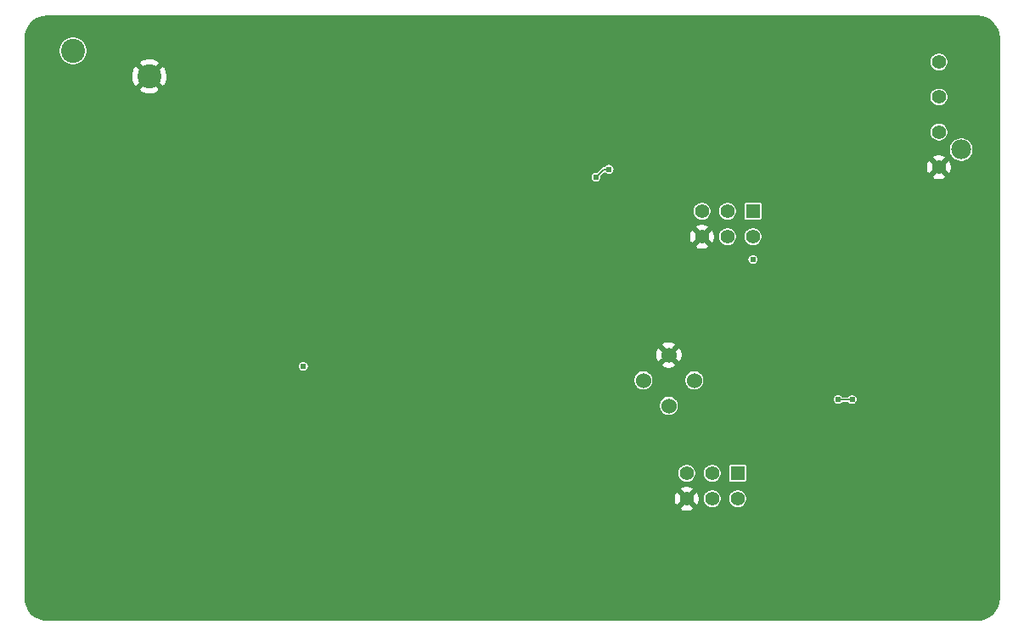
<source format=gbr>
G04 #@! TF.GenerationSoftware,KiCad,Pcbnew,5.1.4-e60b266~84~ubuntu16.04.1*
G04 #@! TF.CreationDate,2020-01-29T21:56:32-05:00*
G04 #@! TF.ProjectId,tire_temp,74697265-5f74-4656-9d70-2e6b69636164,rev?*
G04 #@! TF.SameCoordinates,Original*
G04 #@! TF.FileFunction,Copper,L2,Bot*
G04 #@! TF.FilePolarity,Positive*
%FSLAX46Y46*%
G04 Gerber Fmt 4.6, Leading zero omitted, Abs format (unit mm)*
G04 Created by KiCad (PCBNEW 5.1.4-e60b266~84~ubuntu16.04.1) date 2020-01-29 21:56:32*
%MOMM*%
%LPD*%
G04 APERTURE LIST*
%ADD10C,1.524000*%
%ADD11R,1.400000X1.400000*%
%ADD12C,1.400000*%
%ADD13C,1.397000*%
%ADD14C,1.981000*%
%ADD15C,2.400000*%
%ADD16C,0.800000*%
%ADD17C,0.609600*%
%ADD18C,0.381000*%
%ADD19C,0.152400*%
G04 APERTURE END LIST*
D10*
X164846000Y-110363000D03*
X167386000Y-112903000D03*
X164846000Y-115443000D03*
X162306000Y-112903000D03*
D11*
X173228000Y-96012000D03*
D12*
X173228000Y-98552000D03*
X170688000Y-96012000D03*
X170688000Y-98552000D03*
X168148000Y-96012000D03*
X168148000Y-98552000D03*
X166624000Y-124714000D03*
X166624000Y-122174000D03*
X169164000Y-124714000D03*
X169164000Y-122174000D03*
X171704000Y-124714000D03*
D11*
X171704000Y-122174000D03*
D13*
X191770000Y-88110000D03*
X191770000Y-91610000D03*
D14*
X194000000Y-89860000D03*
D13*
X191770000Y-84610000D03*
X191770000Y-81110000D03*
D15*
X113030000Y-82550000D03*
X105410000Y-80010000D03*
D16*
X137812780Y-101541580D03*
X137777220Y-98206560D03*
X137812780Y-106377740D03*
X137812780Y-104277160D03*
X118498620Y-89347040D03*
X115669060Y-89334340D03*
X112699800Y-89372440D03*
X109545120Y-89372440D03*
X109481620Y-91170760D03*
X109468920Y-94051120D03*
X134947660Y-107731560D03*
D17*
X120523000Y-112776000D03*
X147701000Y-100711000D03*
X161036000Y-83439000D03*
X154813000Y-81026000D03*
X152400000Y-128270000D03*
X147828000Y-96774000D03*
X176530000Y-85344000D03*
X141478000Y-131318000D03*
X155956000Y-132715000D03*
X162433000Y-88519000D03*
X170180000Y-105410000D03*
X184912000Y-114935000D03*
X180467000Y-99695000D03*
X158242000Y-115824000D03*
X149606000Y-124460000D03*
X147828000Y-123063000D03*
X153416000Y-97155000D03*
X191770000Y-95250000D03*
X173228000Y-100838000D03*
X128397000Y-111506000D03*
X158877000Y-91821000D03*
X157576172Y-92613828D03*
X183113210Y-114808000D03*
X181741600Y-114808000D03*
D18*
X123705620Y-96205040D02*
X120888760Y-96205040D01*
X120888760Y-96205040D02*
X120876060Y-96192340D01*
X114688620Y-100896420D02*
X114675920Y-100909120D01*
D19*
X158369000Y-91821000D02*
X158877000Y-91821000D01*
X157576172Y-92613828D02*
X158369000Y-91821000D01*
X183113210Y-114808000D02*
X181741600Y-114808000D01*
G36*
X196009226Y-76572262D02*
G01*
X196422096Y-76696915D01*
X196802896Y-76899389D01*
X197137119Y-77171974D01*
X197412028Y-77504284D01*
X197617155Y-77883657D01*
X197744689Y-78295651D01*
X197791398Y-78740063D01*
X197791401Y-78740863D01*
X197791400Y-134603926D01*
X197747738Y-135049226D01*
X197623085Y-135462097D01*
X197420610Y-135842898D01*
X197148026Y-136177119D01*
X196815720Y-136452026D01*
X196436345Y-136657154D01*
X196024349Y-136784689D01*
X195579937Y-136831398D01*
X195579423Y-136831400D01*
X102886074Y-136831400D01*
X102440774Y-136787738D01*
X102027903Y-136663085D01*
X101647102Y-136460610D01*
X101312881Y-136188026D01*
X101037974Y-135855720D01*
X100832846Y-135476345D01*
X100705311Y-135064349D01*
X100658602Y-134619937D01*
X100658600Y-134619423D01*
X100658600Y-125639084D01*
X165950363Y-125639084D01*
X166016592Y-125852518D01*
X166250377Y-125949141D01*
X166498520Y-125998298D01*
X166751485Y-125998101D01*
X166999551Y-125948556D01*
X167231408Y-125852518D01*
X167297637Y-125639084D01*
X166624000Y-124965447D01*
X165950363Y-125639084D01*
X100658600Y-125639084D01*
X100658600Y-124588520D01*
X165339702Y-124588520D01*
X165339899Y-124841485D01*
X165389444Y-125089551D01*
X165485482Y-125321408D01*
X165698916Y-125387637D01*
X166372553Y-124714000D01*
X166875447Y-124714000D01*
X167549084Y-125387637D01*
X167762518Y-125321408D01*
X167859141Y-125087623D01*
X167908298Y-124839480D01*
X167908130Y-124622541D01*
X168235400Y-124622541D01*
X168235400Y-124805459D01*
X168271086Y-124984863D01*
X168341085Y-125153857D01*
X168442709Y-125305948D01*
X168572052Y-125435291D01*
X168724143Y-125536915D01*
X168893137Y-125606914D01*
X169072541Y-125642600D01*
X169255459Y-125642600D01*
X169434863Y-125606914D01*
X169603857Y-125536915D01*
X169755948Y-125435291D01*
X169885291Y-125305948D01*
X169986915Y-125153857D01*
X170056914Y-124984863D01*
X170092600Y-124805459D01*
X170092600Y-124622541D01*
X170775400Y-124622541D01*
X170775400Y-124805459D01*
X170811086Y-124984863D01*
X170881085Y-125153857D01*
X170982709Y-125305948D01*
X171112052Y-125435291D01*
X171264143Y-125536915D01*
X171433137Y-125606914D01*
X171612541Y-125642600D01*
X171795459Y-125642600D01*
X171974863Y-125606914D01*
X172143857Y-125536915D01*
X172295948Y-125435291D01*
X172425291Y-125305948D01*
X172526915Y-125153857D01*
X172596914Y-124984863D01*
X172632600Y-124805459D01*
X172632600Y-124622541D01*
X172596914Y-124443137D01*
X172526915Y-124274143D01*
X172425291Y-124122052D01*
X172295948Y-123992709D01*
X172143857Y-123891085D01*
X171974863Y-123821086D01*
X171795459Y-123785400D01*
X171612541Y-123785400D01*
X171433137Y-123821086D01*
X171264143Y-123891085D01*
X171112052Y-123992709D01*
X170982709Y-124122052D01*
X170881085Y-124274143D01*
X170811086Y-124443137D01*
X170775400Y-124622541D01*
X170092600Y-124622541D01*
X170056914Y-124443137D01*
X169986915Y-124274143D01*
X169885291Y-124122052D01*
X169755948Y-123992709D01*
X169603857Y-123891085D01*
X169434863Y-123821086D01*
X169255459Y-123785400D01*
X169072541Y-123785400D01*
X168893137Y-123821086D01*
X168724143Y-123891085D01*
X168572052Y-123992709D01*
X168442709Y-124122052D01*
X168341085Y-124274143D01*
X168271086Y-124443137D01*
X168235400Y-124622541D01*
X167908130Y-124622541D01*
X167908101Y-124586515D01*
X167858556Y-124338449D01*
X167762518Y-124106592D01*
X167549084Y-124040363D01*
X166875447Y-124714000D01*
X166372553Y-124714000D01*
X165698916Y-124040363D01*
X165485482Y-124106592D01*
X165388859Y-124340377D01*
X165339702Y-124588520D01*
X100658600Y-124588520D01*
X100658600Y-123788916D01*
X165950363Y-123788916D01*
X166624000Y-124462553D01*
X167297637Y-123788916D01*
X167231408Y-123575482D01*
X166997623Y-123478859D01*
X166749480Y-123429702D01*
X166496515Y-123429899D01*
X166248449Y-123479444D01*
X166016592Y-123575482D01*
X165950363Y-123788916D01*
X100658600Y-123788916D01*
X100658600Y-122082541D01*
X165695400Y-122082541D01*
X165695400Y-122265459D01*
X165731086Y-122444863D01*
X165801085Y-122613857D01*
X165902709Y-122765948D01*
X166032052Y-122895291D01*
X166184143Y-122996915D01*
X166353137Y-123066914D01*
X166532541Y-123102600D01*
X166715459Y-123102600D01*
X166894863Y-123066914D01*
X167063857Y-122996915D01*
X167215948Y-122895291D01*
X167345291Y-122765948D01*
X167446915Y-122613857D01*
X167516914Y-122444863D01*
X167552600Y-122265459D01*
X167552600Y-122082541D01*
X168235400Y-122082541D01*
X168235400Y-122265459D01*
X168271086Y-122444863D01*
X168341085Y-122613857D01*
X168442709Y-122765948D01*
X168572052Y-122895291D01*
X168724143Y-122996915D01*
X168893137Y-123066914D01*
X169072541Y-123102600D01*
X169255459Y-123102600D01*
X169434863Y-123066914D01*
X169603857Y-122996915D01*
X169755948Y-122895291D01*
X169885291Y-122765948D01*
X169986915Y-122613857D01*
X170056914Y-122444863D01*
X170092600Y-122265459D01*
X170092600Y-122082541D01*
X170056914Y-121903137D01*
X169986915Y-121734143D01*
X169885291Y-121582052D01*
X169777239Y-121474000D01*
X170774294Y-121474000D01*
X170774294Y-122874000D01*
X170778708Y-122918813D01*
X170791779Y-122961905D01*
X170813006Y-123001618D01*
X170841573Y-123036427D01*
X170876382Y-123064994D01*
X170916095Y-123086221D01*
X170959187Y-123099292D01*
X171004000Y-123103706D01*
X172404000Y-123103706D01*
X172448813Y-123099292D01*
X172491905Y-123086221D01*
X172531618Y-123064994D01*
X172566427Y-123036427D01*
X172594994Y-123001618D01*
X172616221Y-122961905D01*
X172629292Y-122918813D01*
X172633706Y-122874000D01*
X172633706Y-121474000D01*
X172629292Y-121429187D01*
X172616221Y-121386095D01*
X172594994Y-121346382D01*
X172566427Y-121311573D01*
X172531618Y-121283006D01*
X172491905Y-121261779D01*
X172448813Y-121248708D01*
X172404000Y-121244294D01*
X171004000Y-121244294D01*
X170959187Y-121248708D01*
X170916095Y-121261779D01*
X170876382Y-121283006D01*
X170841573Y-121311573D01*
X170813006Y-121346382D01*
X170791779Y-121386095D01*
X170778708Y-121429187D01*
X170774294Y-121474000D01*
X169777239Y-121474000D01*
X169755948Y-121452709D01*
X169603857Y-121351085D01*
X169434863Y-121281086D01*
X169255459Y-121245400D01*
X169072541Y-121245400D01*
X168893137Y-121281086D01*
X168724143Y-121351085D01*
X168572052Y-121452709D01*
X168442709Y-121582052D01*
X168341085Y-121734143D01*
X168271086Y-121903137D01*
X168235400Y-122082541D01*
X167552600Y-122082541D01*
X167516914Y-121903137D01*
X167446915Y-121734143D01*
X167345291Y-121582052D01*
X167215948Y-121452709D01*
X167063857Y-121351085D01*
X166894863Y-121281086D01*
X166715459Y-121245400D01*
X166532541Y-121245400D01*
X166353137Y-121281086D01*
X166184143Y-121351085D01*
X166032052Y-121452709D01*
X165902709Y-121582052D01*
X165801085Y-121734143D01*
X165731086Y-121903137D01*
X165695400Y-122082541D01*
X100658600Y-122082541D01*
X100658600Y-115345434D01*
X163855400Y-115345434D01*
X163855400Y-115540566D01*
X163893468Y-115731947D01*
X163968142Y-115912225D01*
X164076551Y-116074471D01*
X164214529Y-116212449D01*
X164376775Y-116320858D01*
X164557053Y-116395532D01*
X164748434Y-116433600D01*
X164943566Y-116433600D01*
X165134947Y-116395532D01*
X165315225Y-116320858D01*
X165477471Y-116212449D01*
X165615449Y-116074471D01*
X165723858Y-115912225D01*
X165798532Y-115731947D01*
X165836600Y-115540566D01*
X165836600Y-115345434D01*
X165798532Y-115154053D01*
X165723858Y-114973775D01*
X165615449Y-114811529D01*
X165559385Y-114755465D01*
X181208200Y-114755465D01*
X181208200Y-114860535D01*
X181228698Y-114963587D01*
X181268907Y-115060660D01*
X181327281Y-115148023D01*
X181401577Y-115222319D01*
X181488940Y-115280693D01*
X181586013Y-115320902D01*
X181689065Y-115341400D01*
X181794135Y-115341400D01*
X181897187Y-115320902D01*
X181994260Y-115280693D01*
X182081623Y-115222319D01*
X182155919Y-115148023D01*
X182179454Y-115112800D01*
X182675356Y-115112800D01*
X182698891Y-115148023D01*
X182773187Y-115222319D01*
X182860550Y-115280693D01*
X182957623Y-115320902D01*
X183060675Y-115341400D01*
X183165745Y-115341400D01*
X183268797Y-115320902D01*
X183365870Y-115280693D01*
X183453233Y-115222319D01*
X183527529Y-115148023D01*
X183585903Y-115060660D01*
X183626112Y-114963587D01*
X183646610Y-114860535D01*
X183646610Y-114755465D01*
X183626112Y-114652413D01*
X183585903Y-114555340D01*
X183527529Y-114467977D01*
X183453233Y-114393681D01*
X183365870Y-114335307D01*
X183268797Y-114295098D01*
X183165745Y-114274600D01*
X183060675Y-114274600D01*
X182957623Y-114295098D01*
X182860550Y-114335307D01*
X182773187Y-114393681D01*
X182698891Y-114467977D01*
X182675356Y-114503200D01*
X182179454Y-114503200D01*
X182155919Y-114467977D01*
X182081623Y-114393681D01*
X181994260Y-114335307D01*
X181897187Y-114295098D01*
X181794135Y-114274600D01*
X181689065Y-114274600D01*
X181586013Y-114295098D01*
X181488940Y-114335307D01*
X181401577Y-114393681D01*
X181327281Y-114467977D01*
X181268907Y-114555340D01*
X181228698Y-114652413D01*
X181208200Y-114755465D01*
X165559385Y-114755465D01*
X165477471Y-114673551D01*
X165315225Y-114565142D01*
X165134947Y-114490468D01*
X164943566Y-114452400D01*
X164748434Y-114452400D01*
X164557053Y-114490468D01*
X164376775Y-114565142D01*
X164214529Y-114673551D01*
X164076551Y-114811529D01*
X163968142Y-114973775D01*
X163893468Y-115154053D01*
X163855400Y-115345434D01*
X100658600Y-115345434D01*
X100658600Y-112805434D01*
X161315400Y-112805434D01*
X161315400Y-113000566D01*
X161353468Y-113191947D01*
X161428142Y-113372225D01*
X161536551Y-113534471D01*
X161674529Y-113672449D01*
X161836775Y-113780858D01*
X162017053Y-113855532D01*
X162208434Y-113893600D01*
X162403566Y-113893600D01*
X162594947Y-113855532D01*
X162775225Y-113780858D01*
X162937471Y-113672449D01*
X163075449Y-113534471D01*
X163183858Y-113372225D01*
X163258532Y-113191947D01*
X163296600Y-113000566D01*
X163296600Y-112805434D01*
X166395400Y-112805434D01*
X166395400Y-113000566D01*
X166433468Y-113191947D01*
X166508142Y-113372225D01*
X166616551Y-113534471D01*
X166754529Y-113672449D01*
X166916775Y-113780858D01*
X167097053Y-113855532D01*
X167288434Y-113893600D01*
X167483566Y-113893600D01*
X167674947Y-113855532D01*
X167855225Y-113780858D01*
X168017471Y-113672449D01*
X168155449Y-113534471D01*
X168263858Y-113372225D01*
X168338532Y-113191947D01*
X168376600Y-113000566D01*
X168376600Y-112805434D01*
X168338532Y-112614053D01*
X168263858Y-112433775D01*
X168155449Y-112271529D01*
X168017471Y-112133551D01*
X167855225Y-112025142D01*
X167674947Y-111950468D01*
X167483566Y-111912400D01*
X167288434Y-111912400D01*
X167097053Y-111950468D01*
X166916775Y-112025142D01*
X166754529Y-112133551D01*
X166616551Y-112271529D01*
X166508142Y-112433775D01*
X166433468Y-112614053D01*
X166395400Y-112805434D01*
X163296600Y-112805434D01*
X163258532Y-112614053D01*
X163183858Y-112433775D01*
X163075449Y-112271529D01*
X162937471Y-112133551D01*
X162775225Y-112025142D01*
X162594947Y-111950468D01*
X162403566Y-111912400D01*
X162208434Y-111912400D01*
X162017053Y-111950468D01*
X161836775Y-112025142D01*
X161674529Y-112133551D01*
X161536551Y-112271529D01*
X161428142Y-112433775D01*
X161353468Y-112614053D01*
X161315400Y-112805434D01*
X100658600Y-112805434D01*
X100658600Y-111453465D01*
X127863600Y-111453465D01*
X127863600Y-111558535D01*
X127884098Y-111661587D01*
X127924307Y-111758660D01*
X127982681Y-111846023D01*
X128056977Y-111920319D01*
X128144340Y-111978693D01*
X128241413Y-112018902D01*
X128344465Y-112039400D01*
X128449535Y-112039400D01*
X128552587Y-112018902D01*
X128649660Y-111978693D01*
X128737023Y-111920319D01*
X128811319Y-111846023D01*
X128869693Y-111758660D01*
X128909902Y-111661587D01*
X128930400Y-111558535D01*
X128930400Y-111453465D01*
X128909902Y-111350413D01*
X128902545Y-111332651D01*
X164127797Y-111332651D01*
X164201636Y-111552382D01*
X164446055Y-111655238D01*
X164705843Y-111708433D01*
X164971017Y-111709925D01*
X165231387Y-111659654D01*
X165476946Y-111559554D01*
X165490364Y-111552382D01*
X165564203Y-111332651D01*
X164846000Y-110614447D01*
X164127797Y-111332651D01*
X128902545Y-111332651D01*
X128869693Y-111253340D01*
X128811319Y-111165977D01*
X128737023Y-111091681D01*
X128649660Y-111033307D01*
X128552587Y-110993098D01*
X128449535Y-110972600D01*
X128344465Y-110972600D01*
X128241413Y-110993098D01*
X128144340Y-111033307D01*
X128056977Y-111091681D01*
X127982681Y-111165977D01*
X127924307Y-111253340D01*
X127884098Y-111350413D01*
X127863600Y-111453465D01*
X100658600Y-111453465D01*
X100658600Y-110488017D01*
X163499075Y-110488017D01*
X163549346Y-110748387D01*
X163649446Y-110993946D01*
X163656618Y-111007364D01*
X163876349Y-111081203D01*
X164594553Y-110363000D01*
X165097447Y-110363000D01*
X165815651Y-111081203D01*
X166035382Y-111007364D01*
X166138238Y-110762945D01*
X166191433Y-110503157D01*
X166192925Y-110237983D01*
X166142654Y-109977613D01*
X166042554Y-109732054D01*
X166035382Y-109718636D01*
X165815651Y-109644797D01*
X165097447Y-110363000D01*
X164594553Y-110363000D01*
X163876349Y-109644797D01*
X163656618Y-109718636D01*
X163553762Y-109963055D01*
X163500567Y-110222843D01*
X163499075Y-110488017D01*
X100658600Y-110488017D01*
X100658600Y-109393349D01*
X164127797Y-109393349D01*
X164846000Y-110111553D01*
X165564203Y-109393349D01*
X165490364Y-109173618D01*
X165245945Y-109070762D01*
X164986157Y-109017567D01*
X164720983Y-109016075D01*
X164460613Y-109066346D01*
X164215054Y-109166446D01*
X164201636Y-109173618D01*
X164127797Y-109393349D01*
X100658600Y-109393349D01*
X100658600Y-100785465D01*
X172694600Y-100785465D01*
X172694600Y-100890535D01*
X172715098Y-100993587D01*
X172755307Y-101090660D01*
X172813681Y-101178023D01*
X172887977Y-101252319D01*
X172975340Y-101310693D01*
X173072413Y-101350902D01*
X173175465Y-101371400D01*
X173280535Y-101371400D01*
X173383587Y-101350902D01*
X173480660Y-101310693D01*
X173568023Y-101252319D01*
X173642319Y-101178023D01*
X173700693Y-101090660D01*
X173740902Y-100993587D01*
X173761400Y-100890535D01*
X173761400Y-100785465D01*
X173740902Y-100682413D01*
X173700693Y-100585340D01*
X173642319Y-100497977D01*
X173568023Y-100423681D01*
X173480660Y-100365307D01*
X173383587Y-100325098D01*
X173280535Y-100304600D01*
X173175465Y-100304600D01*
X173072413Y-100325098D01*
X172975340Y-100365307D01*
X172887977Y-100423681D01*
X172813681Y-100497977D01*
X172755307Y-100585340D01*
X172715098Y-100682413D01*
X172694600Y-100785465D01*
X100658600Y-100785465D01*
X100658600Y-99477084D01*
X167474363Y-99477084D01*
X167540592Y-99690518D01*
X167774377Y-99787141D01*
X168022520Y-99836298D01*
X168275485Y-99836101D01*
X168523551Y-99786556D01*
X168755408Y-99690518D01*
X168821637Y-99477084D01*
X168148000Y-98803447D01*
X167474363Y-99477084D01*
X100658600Y-99477084D01*
X100658600Y-98426520D01*
X166863702Y-98426520D01*
X166863899Y-98679485D01*
X166913444Y-98927551D01*
X167009482Y-99159408D01*
X167222916Y-99225637D01*
X167896553Y-98552000D01*
X168399447Y-98552000D01*
X169073084Y-99225637D01*
X169286518Y-99159408D01*
X169383141Y-98925623D01*
X169432298Y-98677480D01*
X169432130Y-98460541D01*
X169759400Y-98460541D01*
X169759400Y-98643459D01*
X169795086Y-98822863D01*
X169865085Y-98991857D01*
X169966709Y-99143948D01*
X170096052Y-99273291D01*
X170248143Y-99374915D01*
X170417137Y-99444914D01*
X170596541Y-99480600D01*
X170779459Y-99480600D01*
X170958863Y-99444914D01*
X171127857Y-99374915D01*
X171279948Y-99273291D01*
X171409291Y-99143948D01*
X171510915Y-98991857D01*
X171580914Y-98822863D01*
X171616600Y-98643459D01*
X171616600Y-98460541D01*
X172299400Y-98460541D01*
X172299400Y-98643459D01*
X172335086Y-98822863D01*
X172405085Y-98991857D01*
X172506709Y-99143948D01*
X172636052Y-99273291D01*
X172788143Y-99374915D01*
X172957137Y-99444914D01*
X173136541Y-99480600D01*
X173319459Y-99480600D01*
X173498863Y-99444914D01*
X173667857Y-99374915D01*
X173819948Y-99273291D01*
X173949291Y-99143948D01*
X174050915Y-98991857D01*
X174120914Y-98822863D01*
X174156600Y-98643459D01*
X174156600Y-98460541D01*
X174120914Y-98281137D01*
X174050915Y-98112143D01*
X173949291Y-97960052D01*
X173819948Y-97830709D01*
X173667857Y-97729085D01*
X173498863Y-97659086D01*
X173319459Y-97623400D01*
X173136541Y-97623400D01*
X172957137Y-97659086D01*
X172788143Y-97729085D01*
X172636052Y-97830709D01*
X172506709Y-97960052D01*
X172405085Y-98112143D01*
X172335086Y-98281137D01*
X172299400Y-98460541D01*
X171616600Y-98460541D01*
X171580914Y-98281137D01*
X171510915Y-98112143D01*
X171409291Y-97960052D01*
X171279948Y-97830709D01*
X171127857Y-97729085D01*
X170958863Y-97659086D01*
X170779459Y-97623400D01*
X170596541Y-97623400D01*
X170417137Y-97659086D01*
X170248143Y-97729085D01*
X170096052Y-97830709D01*
X169966709Y-97960052D01*
X169865085Y-98112143D01*
X169795086Y-98281137D01*
X169759400Y-98460541D01*
X169432130Y-98460541D01*
X169432101Y-98424515D01*
X169382556Y-98176449D01*
X169286518Y-97944592D01*
X169073084Y-97878363D01*
X168399447Y-98552000D01*
X167896553Y-98552000D01*
X167222916Y-97878363D01*
X167009482Y-97944592D01*
X166912859Y-98178377D01*
X166863702Y-98426520D01*
X100658600Y-98426520D01*
X100658600Y-97626916D01*
X167474363Y-97626916D01*
X168148000Y-98300553D01*
X168821637Y-97626916D01*
X168755408Y-97413482D01*
X168521623Y-97316859D01*
X168273480Y-97267702D01*
X168020515Y-97267899D01*
X167772449Y-97317444D01*
X167540592Y-97413482D01*
X167474363Y-97626916D01*
X100658600Y-97626916D01*
X100658600Y-95920541D01*
X167219400Y-95920541D01*
X167219400Y-96103459D01*
X167255086Y-96282863D01*
X167325085Y-96451857D01*
X167426709Y-96603948D01*
X167556052Y-96733291D01*
X167708143Y-96834915D01*
X167877137Y-96904914D01*
X168056541Y-96940600D01*
X168239459Y-96940600D01*
X168418863Y-96904914D01*
X168587857Y-96834915D01*
X168739948Y-96733291D01*
X168869291Y-96603948D01*
X168970915Y-96451857D01*
X169040914Y-96282863D01*
X169076600Y-96103459D01*
X169076600Y-95920541D01*
X169759400Y-95920541D01*
X169759400Y-96103459D01*
X169795086Y-96282863D01*
X169865085Y-96451857D01*
X169966709Y-96603948D01*
X170096052Y-96733291D01*
X170248143Y-96834915D01*
X170417137Y-96904914D01*
X170596541Y-96940600D01*
X170779459Y-96940600D01*
X170958863Y-96904914D01*
X171127857Y-96834915D01*
X171279948Y-96733291D01*
X171409291Y-96603948D01*
X171510915Y-96451857D01*
X171580914Y-96282863D01*
X171616600Y-96103459D01*
X171616600Y-95920541D01*
X171580914Y-95741137D01*
X171510915Y-95572143D01*
X171409291Y-95420052D01*
X171301239Y-95312000D01*
X172298294Y-95312000D01*
X172298294Y-96712000D01*
X172302708Y-96756813D01*
X172315779Y-96799905D01*
X172337006Y-96839618D01*
X172365573Y-96874427D01*
X172400382Y-96902994D01*
X172440095Y-96924221D01*
X172483187Y-96937292D01*
X172528000Y-96941706D01*
X173928000Y-96941706D01*
X173972813Y-96937292D01*
X174015905Y-96924221D01*
X174055618Y-96902994D01*
X174090427Y-96874427D01*
X174118994Y-96839618D01*
X174140221Y-96799905D01*
X174153292Y-96756813D01*
X174157706Y-96712000D01*
X174157706Y-95312000D01*
X174153292Y-95267187D01*
X174140221Y-95224095D01*
X174118994Y-95184382D01*
X174090427Y-95149573D01*
X174055618Y-95121006D01*
X174015905Y-95099779D01*
X173972813Y-95086708D01*
X173928000Y-95082294D01*
X172528000Y-95082294D01*
X172483187Y-95086708D01*
X172440095Y-95099779D01*
X172400382Y-95121006D01*
X172365573Y-95149573D01*
X172337006Y-95184382D01*
X172315779Y-95224095D01*
X172302708Y-95267187D01*
X172298294Y-95312000D01*
X171301239Y-95312000D01*
X171279948Y-95290709D01*
X171127857Y-95189085D01*
X170958863Y-95119086D01*
X170779459Y-95083400D01*
X170596541Y-95083400D01*
X170417137Y-95119086D01*
X170248143Y-95189085D01*
X170096052Y-95290709D01*
X169966709Y-95420052D01*
X169865085Y-95572143D01*
X169795086Y-95741137D01*
X169759400Y-95920541D01*
X169076600Y-95920541D01*
X169040914Y-95741137D01*
X168970915Y-95572143D01*
X168869291Y-95420052D01*
X168739948Y-95290709D01*
X168587857Y-95189085D01*
X168418863Y-95119086D01*
X168239459Y-95083400D01*
X168056541Y-95083400D01*
X167877137Y-95119086D01*
X167708143Y-95189085D01*
X167556052Y-95290709D01*
X167426709Y-95420052D01*
X167325085Y-95572143D01*
X167255086Y-95741137D01*
X167219400Y-95920541D01*
X100658600Y-95920541D01*
X100658600Y-92561293D01*
X157042772Y-92561293D01*
X157042772Y-92666363D01*
X157063270Y-92769415D01*
X157103479Y-92866488D01*
X157161853Y-92953851D01*
X157236149Y-93028147D01*
X157323512Y-93086521D01*
X157420585Y-93126730D01*
X157523637Y-93147228D01*
X157628707Y-93147228D01*
X157731759Y-93126730D01*
X157828832Y-93086521D01*
X157916195Y-93028147D01*
X157990491Y-92953851D01*
X158048865Y-92866488D01*
X158089074Y-92769415D01*
X158109572Y-92666363D01*
X158109572Y-92561293D01*
X158104144Y-92534005D01*
X191097442Y-92534005D01*
X191163486Y-92747287D01*
X191397014Y-92843758D01*
X191644875Y-92892818D01*
X191897545Y-92892580D01*
X192145314Y-92843053D01*
X192376514Y-92747287D01*
X192442558Y-92534005D01*
X191770000Y-91861447D01*
X191097442Y-92534005D01*
X158104144Y-92534005D01*
X158101307Y-92519744D01*
X158461619Y-92159433D01*
X158462681Y-92161023D01*
X158536977Y-92235319D01*
X158624340Y-92293693D01*
X158721413Y-92333902D01*
X158824465Y-92354400D01*
X158929535Y-92354400D01*
X159032587Y-92333902D01*
X159129660Y-92293693D01*
X159217023Y-92235319D01*
X159291319Y-92161023D01*
X159349693Y-92073660D01*
X159389902Y-91976587D01*
X159410400Y-91873535D01*
X159410400Y-91768465D01*
X159389902Y-91665413D01*
X159349693Y-91568340D01*
X159293924Y-91484875D01*
X190487182Y-91484875D01*
X190487420Y-91737545D01*
X190536947Y-91985314D01*
X190632713Y-92216514D01*
X190845995Y-92282558D01*
X191518553Y-91610000D01*
X192021447Y-91610000D01*
X192694005Y-92282558D01*
X192907287Y-92216514D01*
X193003758Y-91982986D01*
X193052818Y-91735125D01*
X193052580Y-91482455D01*
X193003053Y-91234686D01*
X192907287Y-91003486D01*
X192694005Y-90937442D01*
X192021447Y-91610000D01*
X191518553Y-91610000D01*
X190845995Y-90937442D01*
X190632713Y-91003486D01*
X190536242Y-91237014D01*
X190487182Y-91484875D01*
X159293924Y-91484875D01*
X159291319Y-91480977D01*
X159217023Y-91406681D01*
X159129660Y-91348307D01*
X159032587Y-91308098D01*
X158929535Y-91287600D01*
X158824465Y-91287600D01*
X158721413Y-91308098D01*
X158624340Y-91348307D01*
X158536977Y-91406681D01*
X158462681Y-91480977D01*
X158439146Y-91516200D01*
X158383957Y-91516200D01*
X158368999Y-91514727D01*
X158354041Y-91516200D01*
X158354034Y-91516200D01*
X158314889Y-91520055D01*
X158309248Y-91520611D01*
X158251794Y-91538040D01*
X158198843Y-91566342D01*
X158152432Y-91604432D01*
X158142892Y-91616056D01*
X157670256Y-92088693D01*
X157628707Y-92080428D01*
X157523637Y-92080428D01*
X157420585Y-92100926D01*
X157323512Y-92141135D01*
X157236149Y-92199509D01*
X157161853Y-92273805D01*
X157103479Y-92361168D01*
X157063270Y-92458241D01*
X157042772Y-92561293D01*
X100658600Y-92561293D01*
X100658600Y-90685995D01*
X191097442Y-90685995D01*
X191770000Y-91358553D01*
X192442558Y-90685995D01*
X192376514Y-90472713D01*
X192142986Y-90376242D01*
X191895125Y-90327182D01*
X191642455Y-90327420D01*
X191394686Y-90376947D01*
X191163486Y-90472713D01*
X191097442Y-90685995D01*
X100658600Y-90685995D01*
X100658600Y-89739929D01*
X192780900Y-89739929D01*
X192780900Y-89980071D01*
X192827749Y-90215598D01*
X192919647Y-90437461D01*
X193053063Y-90637131D01*
X193222869Y-90806937D01*
X193422539Y-90940353D01*
X193644402Y-91032251D01*
X193879929Y-91079100D01*
X194120071Y-91079100D01*
X194355598Y-91032251D01*
X194577461Y-90940353D01*
X194777131Y-90806937D01*
X194946937Y-90637131D01*
X195080353Y-90437461D01*
X195172251Y-90215598D01*
X195219100Y-89980071D01*
X195219100Y-89739929D01*
X195172251Y-89504402D01*
X195080353Y-89282539D01*
X194946937Y-89082869D01*
X194777131Y-88913063D01*
X194577461Y-88779647D01*
X194355598Y-88687749D01*
X194120071Y-88640900D01*
X193879929Y-88640900D01*
X193644402Y-88687749D01*
X193422539Y-88779647D01*
X193222869Y-88913063D01*
X193053063Y-89082869D01*
X192919647Y-89282539D01*
X192827749Y-89504402D01*
X192780900Y-89739929D01*
X100658600Y-89739929D01*
X100658600Y-88018689D01*
X190842900Y-88018689D01*
X190842900Y-88201311D01*
X190878528Y-88380425D01*
X190948414Y-88549147D01*
X191049874Y-88700992D01*
X191179008Y-88830126D01*
X191330853Y-88931586D01*
X191499575Y-89001472D01*
X191678689Y-89037100D01*
X191861311Y-89037100D01*
X192040425Y-89001472D01*
X192209147Y-88931586D01*
X192360992Y-88830126D01*
X192490126Y-88700992D01*
X192591586Y-88549147D01*
X192661472Y-88380425D01*
X192697100Y-88201311D01*
X192697100Y-88018689D01*
X192661472Y-87839575D01*
X192591586Y-87670853D01*
X192490126Y-87519008D01*
X192360992Y-87389874D01*
X192209147Y-87288414D01*
X192040425Y-87218528D01*
X191861311Y-87182900D01*
X191678689Y-87182900D01*
X191499575Y-87218528D01*
X191330853Y-87288414D01*
X191179008Y-87389874D01*
X191049874Y-87519008D01*
X190948414Y-87670853D01*
X190878528Y-87839575D01*
X190842900Y-88018689D01*
X100658600Y-88018689D01*
X100658600Y-84518689D01*
X190842900Y-84518689D01*
X190842900Y-84701311D01*
X190878528Y-84880425D01*
X190948414Y-85049147D01*
X191049874Y-85200992D01*
X191179008Y-85330126D01*
X191330853Y-85431586D01*
X191499575Y-85501472D01*
X191678689Y-85537100D01*
X191861311Y-85537100D01*
X192040425Y-85501472D01*
X192209147Y-85431586D01*
X192360992Y-85330126D01*
X192490126Y-85200992D01*
X192591586Y-85049147D01*
X192661472Y-84880425D01*
X192697100Y-84701311D01*
X192697100Y-84518689D01*
X192661472Y-84339575D01*
X192591586Y-84170853D01*
X192490126Y-84019008D01*
X192360992Y-83889874D01*
X192209147Y-83788414D01*
X192040425Y-83718528D01*
X191861311Y-83682900D01*
X191678689Y-83682900D01*
X191499575Y-83718528D01*
X191330853Y-83788414D01*
X191179008Y-83889874D01*
X191049874Y-84019008D01*
X190948414Y-84170853D01*
X190878528Y-84339575D01*
X190842900Y-84518689D01*
X100658600Y-84518689D01*
X100658600Y-83833368D01*
X111998079Y-83833368D01*
X112125237Y-84097790D01*
X112444581Y-84244560D01*
X112786422Y-84326210D01*
X113137624Y-84339600D01*
X113484689Y-84284218D01*
X113814282Y-84162189D01*
X113934763Y-84097790D01*
X114061921Y-83833368D01*
X113030000Y-82801447D01*
X111998079Y-83833368D01*
X100658600Y-83833368D01*
X100658600Y-82657624D01*
X111240400Y-82657624D01*
X111295782Y-83004689D01*
X111417811Y-83334282D01*
X111482210Y-83454763D01*
X111746632Y-83581921D01*
X112778553Y-82550000D01*
X113281447Y-82550000D01*
X114313368Y-83581921D01*
X114577790Y-83454763D01*
X114724560Y-83135419D01*
X114806210Y-82793578D01*
X114819600Y-82442376D01*
X114764218Y-82095311D01*
X114642189Y-81765718D01*
X114577790Y-81645237D01*
X114313368Y-81518079D01*
X113281447Y-82550000D01*
X112778553Y-82550000D01*
X111746632Y-81518079D01*
X111482210Y-81645237D01*
X111335440Y-81964581D01*
X111253790Y-82306422D01*
X111240400Y-82657624D01*
X100658600Y-82657624D01*
X100658600Y-79869295D01*
X103981400Y-79869295D01*
X103981400Y-80150705D01*
X104036301Y-80426707D01*
X104143991Y-80686696D01*
X104300334Y-80920679D01*
X104499321Y-81119666D01*
X104733304Y-81276009D01*
X104993293Y-81383699D01*
X105269295Y-81438600D01*
X105550705Y-81438600D01*
X105826707Y-81383699D01*
X106086696Y-81276009D01*
X106100729Y-81266632D01*
X111998079Y-81266632D01*
X113030000Y-82298553D01*
X114061921Y-81266632D01*
X113942688Y-81018689D01*
X190842900Y-81018689D01*
X190842900Y-81201311D01*
X190878528Y-81380425D01*
X190948414Y-81549147D01*
X191049874Y-81700992D01*
X191179008Y-81830126D01*
X191330853Y-81931586D01*
X191499575Y-82001472D01*
X191678689Y-82037100D01*
X191861311Y-82037100D01*
X192040425Y-82001472D01*
X192209147Y-81931586D01*
X192360992Y-81830126D01*
X192490126Y-81700992D01*
X192591586Y-81549147D01*
X192661472Y-81380425D01*
X192697100Y-81201311D01*
X192697100Y-81018689D01*
X192661472Y-80839575D01*
X192591586Y-80670853D01*
X192490126Y-80519008D01*
X192360992Y-80389874D01*
X192209147Y-80288414D01*
X192040425Y-80218528D01*
X191861311Y-80182900D01*
X191678689Y-80182900D01*
X191499575Y-80218528D01*
X191330853Y-80288414D01*
X191179008Y-80389874D01*
X191049874Y-80519008D01*
X190948414Y-80670853D01*
X190878528Y-80839575D01*
X190842900Y-81018689D01*
X113942688Y-81018689D01*
X113934763Y-81002210D01*
X113615419Y-80855440D01*
X113273578Y-80773790D01*
X112922376Y-80760400D01*
X112575311Y-80815782D01*
X112245718Y-80937811D01*
X112125237Y-81002210D01*
X111998079Y-81266632D01*
X106100729Y-81266632D01*
X106320679Y-81119666D01*
X106519666Y-80920679D01*
X106676009Y-80686696D01*
X106783699Y-80426707D01*
X106838600Y-80150705D01*
X106838600Y-79869295D01*
X106783699Y-79593293D01*
X106676009Y-79333304D01*
X106519666Y-79099321D01*
X106320679Y-78900334D01*
X106086696Y-78743991D01*
X105826707Y-78636301D01*
X105550705Y-78581400D01*
X105269295Y-78581400D01*
X104993293Y-78636301D01*
X104733304Y-78743991D01*
X104499321Y-78900334D01*
X104300334Y-79099321D01*
X104143991Y-79333304D01*
X104036301Y-79593293D01*
X103981400Y-79869295D01*
X100658600Y-79869295D01*
X100658600Y-78756074D01*
X100702262Y-78310774D01*
X100826915Y-77897904D01*
X101029389Y-77517104D01*
X101301974Y-77182881D01*
X101634284Y-76907972D01*
X102013657Y-76702845D01*
X102425651Y-76575311D01*
X102870063Y-76528602D01*
X102870577Y-76528600D01*
X195563926Y-76528600D01*
X196009226Y-76572262D01*
X196009226Y-76572262D01*
G37*
X196009226Y-76572262D02*
X196422096Y-76696915D01*
X196802896Y-76899389D01*
X197137119Y-77171974D01*
X197412028Y-77504284D01*
X197617155Y-77883657D01*
X197744689Y-78295651D01*
X197791398Y-78740063D01*
X197791401Y-78740863D01*
X197791400Y-134603926D01*
X197747738Y-135049226D01*
X197623085Y-135462097D01*
X197420610Y-135842898D01*
X197148026Y-136177119D01*
X196815720Y-136452026D01*
X196436345Y-136657154D01*
X196024349Y-136784689D01*
X195579937Y-136831398D01*
X195579423Y-136831400D01*
X102886074Y-136831400D01*
X102440774Y-136787738D01*
X102027903Y-136663085D01*
X101647102Y-136460610D01*
X101312881Y-136188026D01*
X101037974Y-135855720D01*
X100832846Y-135476345D01*
X100705311Y-135064349D01*
X100658602Y-134619937D01*
X100658600Y-134619423D01*
X100658600Y-125639084D01*
X165950363Y-125639084D01*
X166016592Y-125852518D01*
X166250377Y-125949141D01*
X166498520Y-125998298D01*
X166751485Y-125998101D01*
X166999551Y-125948556D01*
X167231408Y-125852518D01*
X167297637Y-125639084D01*
X166624000Y-124965447D01*
X165950363Y-125639084D01*
X100658600Y-125639084D01*
X100658600Y-124588520D01*
X165339702Y-124588520D01*
X165339899Y-124841485D01*
X165389444Y-125089551D01*
X165485482Y-125321408D01*
X165698916Y-125387637D01*
X166372553Y-124714000D01*
X166875447Y-124714000D01*
X167549084Y-125387637D01*
X167762518Y-125321408D01*
X167859141Y-125087623D01*
X167908298Y-124839480D01*
X167908130Y-124622541D01*
X168235400Y-124622541D01*
X168235400Y-124805459D01*
X168271086Y-124984863D01*
X168341085Y-125153857D01*
X168442709Y-125305948D01*
X168572052Y-125435291D01*
X168724143Y-125536915D01*
X168893137Y-125606914D01*
X169072541Y-125642600D01*
X169255459Y-125642600D01*
X169434863Y-125606914D01*
X169603857Y-125536915D01*
X169755948Y-125435291D01*
X169885291Y-125305948D01*
X169986915Y-125153857D01*
X170056914Y-124984863D01*
X170092600Y-124805459D01*
X170092600Y-124622541D01*
X170775400Y-124622541D01*
X170775400Y-124805459D01*
X170811086Y-124984863D01*
X170881085Y-125153857D01*
X170982709Y-125305948D01*
X171112052Y-125435291D01*
X171264143Y-125536915D01*
X171433137Y-125606914D01*
X171612541Y-125642600D01*
X171795459Y-125642600D01*
X171974863Y-125606914D01*
X172143857Y-125536915D01*
X172295948Y-125435291D01*
X172425291Y-125305948D01*
X172526915Y-125153857D01*
X172596914Y-124984863D01*
X172632600Y-124805459D01*
X172632600Y-124622541D01*
X172596914Y-124443137D01*
X172526915Y-124274143D01*
X172425291Y-124122052D01*
X172295948Y-123992709D01*
X172143857Y-123891085D01*
X171974863Y-123821086D01*
X171795459Y-123785400D01*
X171612541Y-123785400D01*
X171433137Y-123821086D01*
X171264143Y-123891085D01*
X171112052Y-123992709D01*
X170982709Y-124122052D01*
X170881085Y-124274143D01*
X170811086Y-124443137D01*
X170775400Y-124622541D01*
X170092600Y-124622541D01*
X170056914Y-124443137D01*
X169986915Y-124274143D01*
X169885291Y-124122052D01*
X169755948Y-123992709D01*
X169603857Y-123891085D01*
X169434863Y-123821086D01*
X169255459Y-123785400D01*
X169072541Y-123785400D01*
X168893137Y-123821086D01*
X168724143Y-123891085D01*
X168572052Y-123992709D01*
X168442709Y-124122052D01*
X168341085Y-124274143D01*
X168271086Y-124443137D01*
X168235400Y-124622541D01*
X167908130Y-124622541D01*
X167908101Y-124586515D01*
X167858556Y-124338449D01*
X167762518Y-124106592D01*
X167549084Y-124040363D01*
X166875447Y-124714000D01*
X166372553Y-124714000D01*
X165698916Y-124040363D01*
X165485482Y-124106592D01*
X165388859Y-124340377D01*
X165339702Y-124588520D01*
X100658600Y-124588520D01*
X100658600Y-123788916D01*
X165950363Y-123788916D01*
X166624000Y-124462553D01*
X167297637Y-123788916D01*
X167231408Y-123575482D01*
X166997623Y-123478859D01*
X166749480Y-123429702D01*
X166496515Y-123429899D01*
X166248449Y-123479444D01*
X166016592Y-123575482D01*
X165950363Y-123788916D01*
X100658600Y-123788916D01*
X100658600Y-122082541D01*
X165695400Y-122082541D01*
X165695400Y-122265459D01*
X165731086Y-122444863D01*
X165801085Y-122613857D01*
X165902709Y-122765948D01*
X166032052Y-122895291D01*
X166184143Y-122996915D01*
X166353137Y-123066914D01*
X166532541Y-123102600D01*
X166715459Y-123102600D01*
X166894863Y-123066914D01*
X167063857Y-122996915D01*
X167215948Y-122895291D01*
X167345291Y-122765948D01*
X167446915Y-122613857D01*
X167516914Y-122444863D01*
X167552600Y-122265459D01*
X167552600Y-122082541D01*
X168235400Y-122082541D01*
X168235400Y-122265459D01*
X168271086Y-122444863D01*
X168341085Y-122613857D01*
X168442709Y-122765948D01*
X168572052Y-122895291D01*
X168724143Y-122996915D01*
X168893137Y-123066914D01*
X169072541Y-123102600D01*
X169255459Y-123102600D01*
X169434863Y-123066914D01*
X169603857Y-122996915D01*
X169755948Y-122895291D01*
X169885291Y-122765948D01*
X169986915Y-122613857D01*
X170056914Y-122444863D01*
X170092600Y-122265459D01*
X170092600Y-122082541D01*
X170056914Y-121903137D01*
X169986915Y-121734143D01*
X169885291Y-121582052D01*
X169777239Y-121474000D01*
X170774294Y-121474000D01*
X170774294Y-122874000D01*
X170778708Y-122918813D01*
X170791779Y-122961905D01*
X170813006Y-123001618D01*
X170841573Y-123036427D01*
X170876382Y-123064994D01*
X170916095Y-123086221D01*
X170959187Y-123099292D01*
X171004000Y-123103706D01*
X172404000Y-123103706D01*
X172448813Y-123099292D01*
X172491905Y-123086221D01*
X172531618Y-123064994D01*
X172566427Y-123036427D01*
X172594994Y-123001618D01*
X172616221Y-122961905D01*
X172629292Y-122918813D01*
X172633706Y-122874000D01*
X172633706Y-121474000D01*
X172629292Y-121429187D01*
X172616221Y-121386095D01*
X172594994Y-121346382D01*
X172566427Y-121311573D01*
X172531618Y-121283006D01*
X172491905Y-121261779D01*
X172448813Y-121248708D01*
X172404000Y-121244294D01*
X171004000Y-121244294D01*
X170959187Y-121248708D01*
X170916095Y-121261779D01*
X170876382Y-121283006D01*
X170841573Y-121311573D01*
X170813006Y-121346382D01*
X170791779Y-121386095D01*
X170778708Y-121429187D01*
X170774294Y-121474000D01*
X169777239Y-121474000D01*
X169755948Y-121452709D01*
X169603857Y-121351085D01*
X169434863Y-121281086D01*
X169255459Y-121245400D01*
X169072541Y-121245400D01*
X168893137Y-121281086D01*
X168724143Y-121351085D01*
X168572052Y-121452709D01*
X168442709Y-121582052D01*
X168341085Y-121734143D01*
X168271086Y-121903137D01*
X168235400Y-122082541D01*
X167552600Y-122082541D01*
X167516914Y-121903137D01*
X167446915Y-121734143D01*
X167345291Y-121582052D01*
X167215948Y-121452709D01*
X167063857Y-121351085D01*
X166894863Y-121281086D01*
X166715459Y-121245400D01*
X166532541Y-121245400D01*
X166353137Y-121281086D01*
X166184143Y-121351085D01*
X166032052Y-121452709D01*
X165902709Y-121582052D01*
X165801085Y-121734143D01*
X165731086Y-121903137D01*
X165695400Y-122082541D01*
X100658600Y-122082541D01*
X100658600Y-115345434D01*
X163855400Y-115345434D01*
X163855400Y-115540566D01*
X163893468Y-115731947D01*
X163968142Y-115912225D01*
X164076551Y-116074471D01*
X164214529Y-116212449D01*
X164376775Y-116320858D01*
X164557053Y-116395532D01*
X164748434Y-116433600D01*
X164943566Y-116433600D01*
X165134947Y-116395532D01*
X165315225Y-116320858D01*
X165477471Y-116212449D01*
X165615449Y-116074471D01*
X165723858Y-115912225D01*
X165798532Y-115731947D01*
X165836600Y-115540566D01*
X165836600Y-115345434D01*
X165798532Y-115154053D01*
X165723858Y-114973775D01*
X165615449Y-114811529D01*
X165559385Y-114755465D01*
X181208200Y-114755465D01*
X181208200Y-114860535D01*
X181228698Y-114963587D01*
X181268907Y-115060660D01*
X181327281Y-115148023D01*
X181401577Y-115222319D01*
X181488940Y-115280693D01*
X181586013Y-115320902D01*
X181689065Y-115341400D01*
X181794135Y-115341400D01*
X181897187Y-115320902D01*
X181994260Y-115280693D01*
X182081623Y-115222319D01*
X182155919Y-115148023D01*
X182179454Y-115112800D01*
X182675356Y-115112800D01*
X182698891Y-115148023D01*
X182773187Y-115222319D01*
X182860550Y-115280693D01*
X182957623Y-115320902D01*
X183060675Y-115341400D01*
X183165745Y-115341400D01*
X183268797Y-115320902D01*
X183365870Y-115280693D01*
X183453233Y-115222319D01*
X183527529Y-115148023D01*
X183585903Y-115060660D01*
X183626112Y-114963587D01*
X183646610Y-114860535D01*
X183646610Y-114755465D01*
X183626112Y-114652413D01*
X183585903Y-114555340D01*
X183527529Y-114467977D01*
X183453233Y-114393681D01*
X183365870Y-114335307D01*
X183268797Y-114295098D01*
X183165745Y-114274600D01*
X183060675Y-114274600D01*
X182957623Y-114295098D01*
X182860550Y-114335307D01*
X182773187Y-114393681D01*
X182698891Y-114467977D01*
X182675356Y-114503200D01*
X182179454Y-114503200D01*
X182155919Y-114467977D01*
X182081623Y-114393681D01*
X181994260Y-114335307D01*
X181897187Y-114295098D01*
X181794135Y-114274600D01*
X181689065Y-114274600D01*
X181586013Y-114295098D01*
X181488940Y-114335307D01*
X181401577Y-114393681D01*
X181327281Y-114467977D01*
X181268907Y-114555340D01*
X181228698Y-114652413D01*
X181208200Y-114755465D01*
X165559385Y-114755465D01*
X165477471Y-114673551D01*
X165315225Y-114565142D01*
X165134947Y-114490468D01*
X164943566Y-114452400D01*
X164748434Y-114452400D01*
X164557053Y-114490468D01*
X164376775Y-114565142D01*
X164214529Y-114673551D01*
X164076551Y-114811529D01*
X163968142Y-114973775D01*
X163893468Y-115154053D01*
X163855400Y-115345434D01*
X100658600Y-115345434D01*
X100658600Y-112805434D01*
X161315400Y-112805434D01*
X161315400Y-113000566D01*
X161353468Y-113191947D01*
X161428142Y-113372225D01*
X161536551Y-113534471D01*
X161674529Y-113672449D01*
X161836775Y-113780858D01*
X162017053Y-113855532D01*
X162208434Y-113893600D01*
X162403566Y-113893600D01*
X162594947Y-113855532D01*
X162775225Y-113780858D01*
X162937471Y-113672449D01*
X163075449Y-113534471D01*
X163183858Y-113372225D01*
X163258532Y-113191947D01*
X163296600Y-113000566D01*
X163296600Y-112805434D01*
X166395400Y-112805434D01*
X166395400Y-113000566D01*
X166433468Y-113191947D01*
X166508142Y-113372225D01*
X166616551Y-113534471D01*
X166754529Y-113672449D01*
X166916775Y-113780858D01*
X167097053Y-113855532D01*
X167288434Y-113893600D01*
X167483566Y-113893600D01*
X167674947Y-113855532D01*
X167855225Y-113780858D01*
X168017471Y-113672449D01*
X168155449Y-113534471D01*
X168263858Y-113372225D01*
X168338532Y-113191947D01*
X168376600Y-113000566D01*
X168376600Y-112805434D01*
X168338532Y-112614053D01*
X168263858Y-112433775D01*
X168155449Y-112271529D01*
X168017471Y-112133551D01*
X167855225Y-112025142D01*
X167674947Y-111950468D01*
X167483566Y-111912400D01*
X167288434Y-111912400D01*
X167097053Y-111950468D01*
X166916775Y-112025142D01*
X166754529Y-112133551D01*
X166616551Y-112271529D01*
X166508142Y-112433775D01*
X166433468Y-112614053D01*
X166395400Y-112805434D01*
X163296600Y-112805434D01*
X163258532Y-112614053D01*
X163183858Y-112433775D01*
X163075449Y-112271529D01*
X162937471Y-112133551D01*
X162775225Y-112025142D01*
X162594947Y-111950468D01*
X162403566Y-111912400D01*
X162208434Y-111912400D01*
X162017053Y-111950468D01*
X161836775Y-112025142D01*
X161674529Y-112133551D01*
X161536551Y-112271529D01*
X161428142Y-112433775D01*
X161353468Y-112614053D01*
X161315400Y-112805434D01*
X100658600Y-112805434D01*
X100658600Y-111453465D01*
X127863600Y-111453465D01*
X127863600Y-111558535D01*
X127884098Y-111661587D01*
X127924307Y-111758660D01*
X127982681Y-111846023D01*
X128056977Y-111920319D01*
X128144340Y-111978693D01*
X128241413Y-112018902D01*
X128344465Y-112039400D01*
X128449535Y-112039400D01*
X128552587Y-112018902D01*
X128649660Y-111978693D01*
X128737023Y-111920319D01*
X128811319Y-111846023D01*
X128869693Y-111758660D01*
X128909902Y-111661587D01*
X128930400Y-111558535D01*
X128930400Y-111453465D01*
X128909902Y-111350413D01*
X128902545Y-111332651D01*
X164127797Y-111332651D01*
X164201636Y-111552382D01*
X164446055Y-111655238D01*
X164705843Y-111708433D01*
X164971017Y-111709925D01*
X165231387Y-111659654D01*
X165476946Y-111559554D01*
X165490364Y-111552382D01*
X165564203Y-111332651D01*
X164846000Y-110614447D01*
X164127797Y-111332651D01*
X128902545Y-111332651D01*
X128869693Y-111253340D01*
X128811319Y-111165977D01*
X128737023Y-111091681D01*
X128649660Y-111033307D01*
X128552587Y-110993098D01*
X128449535Y-110972600D01*
X128344465Y-110972600D01*
X128241413Y-110993098D01*
X128144340Y-111033307D01*
X128056977Y-111091681D01*
X127982681Y-111165977D01*
X127924307Y-111253340D01*
X127884098Y-111350413D01*
X127863600Y-111453465D01*
X100658600Y-111453465D01*
X100658600Y-110488017D01*
X163499075Y-110488017D01*
X163549346Y-110748387D01*
X163649446Y-110993946D01*
X163656618Y-111007364D01*
X163876349Y-111081203D01*
X164594553Y-110363000D01*
X165097447Y-110363000D01*
X165815651Y-111081203D01*
X166035382Y-111007364D01*
X166138238Y-110762945D01*
X166191433Y-110503157D01*
X166192925Y-110237983D01*
X166142654Y-109977613D01*
X166042554Y-109732054D01*
X166035382Y-109718636D01*
X165815651Y-109644797D01*
X165097447Y-110363000D01*
X164594553Y-110363000D01*
X163876349Y-109644797D01*
X163656618Y-109718636D01*
X163553762Y-109963055D01*
X163500567Y-110222843D01*
X163499075Y-110488017D01*
X100658600Y-110488017D01*
X100658600Y-109393349D01*
X164127797Y-109393349D01*
X164846000Y-110111553D01*
X165564203Y-109393349D01*
X165490364Y-109173618D01*
X165245945Y-109070762D01*
X164986157Y-109017567D01*
X164720983Y-109016075D01*
X164460613Y-109066346D01*
X164215054Y-109166446D01*
X164201636Y-109173618D01*
X164127797Y-109393349D01*
X100658600Y-109393349D01*
X100658600Y-100785465D01*
X172694600Y-100785465D01*
X172694600Y-100890535D01*
X172715098Y-100993587D01*
X172755307Y-101090660D01*
X172813681Y-101178023D01*
X172887977Y-101252319D01*
X172975340Y-101310693D01*
X173072413Y-101350902D01*
X173175465Y-101371400D01*
X173280535Y-101371400D01*
X173383587Y-101350902D01*
X173480660Y-101310693D01*
X173568023Y-101252319D01*
X173642319Y-101178023D01*
X173700693Y-101090660D01*
X173740902Y-100993587D01*
X173761400Y-100890535D01*
X173761400Y-100785465D01*
X173740902Y-100682413D01*
X173700693Y-100585340D01*
X173642319Y-100497977D01*
X173568023Y-100423681D01*
X173480660Y-100365307D01*
X173383587Y-100325098D01*
X173280535Y-100304600D01*
X173175465Y-100304600D01*
X173072413Y-100325098D01*
X172975340Y-100365307D01*
X172887977Y-100423681D01*
X172813681Y-100497977D01*
X172755307Y-100585340D01*
X172715098Y-100682413D01*
X172694600Y-100785465D01*
X100658600Y-100785465D01*
X100658600Y-99477084D01*
X167474363Y-99477084D01*
X167540592Y-99690518D01*
X167774377Y-99787141D01*
X168022520Y-99836298D01*
X168275485Y-99836101D01*
X168523551Y-99786556D01*
X168755408Y-99690518D01*
X168821637Y-99477084D01*
X168148000Y-98803447D01*
X167474363Y-99477084D01*
X100658600Y-99477084D01*
X100658600Y-98426520D01*
X166863702Y-98426520D01*
X166863899Y-98679485D01*
X166913444Y-98927551D01*
X167009482Y-99159408D01*
X167222916Y-99225637D01*
X167896553Y-98552000D01*
X168399447Y-98552000D01*
X169073084Y-99225637D01*
X169286518Y-99159408D01*
X169383141Y-98925623D01*
X169432298Y-98677480D01*
X169432130Y-98460541D01*
X169759400Y-98460541D01*
X169759400Y-98643459D01*
X169795086Y-98822863D01*
X169865085Y-98991857D01*
X169966709Y-99143948D01*
X170096052Y-99273291D01*
X170248143Y-99374915D01*
X170417137Y-99444914D01*
X170596541Y-99480600D01*
X170779459Y-99480600D01*
X170958863Y-99444914D01*
X171127857Y-99374915D01*
X171279948Y-99273291D01*
X171409291Y-99143948D01*
X171510915Y-98991857D01*
X171580914Y-98822863D01*
X171616600Y-98643459D01*
X171616600Y-98460541D01*
X172299400Y-98460541D01*
X172299400Y-98643459D01*
X172335086Y-98822863D01*
X172405085Y-98991857D01*
X172506709Y-99143948D01*
X172636052Y-99273291D01*
X172788143Y-99374915D01*
X172957137Y-99444914D01*
X173136541Y-99480600D01*
X173319459Y-99480600D01*
X173498863Y-99444914D01*
X173667857Y-99374915D01*
X173819948Y-99273291D01*
X173949291Y-99143948D01*
X174050915Y-98991857D01*
X174120914Y-98822863D01*
X174156600Y-98643459D01*
X174156600Y-98460541D01*
X174120914Y-98281137D01*
X174050915Y-98112143D01*
X173949291Y-97960052D01*
X173819948Y-97830709D01*
X173667857Y-97729085D01*
X173498863Y-97659086D01*
X173319459Y-97623400D01*
X173136541Y-97623400D01*
X172957137Y-97659086D01*
X172788143Y-97729085D01*
X172636052Y-97830709D01*
X172506709Y-97960052D01*
X172405085Y-98112143D01*
X172335086Y-98281137D01*
X172299400Y-98460541D01*
X171616600Y-98460541D01*
X171580914Y-98281137D01*
X171510915Y-98112143D01*
X171409291Y-97960052D01*
X171279948Y-97830709D01*
X171127857Y-97729085D01*
X170958863Y-97659086D01*
X170779459Y-97623400D01*
X170596541Y-97623400D01*
X170417137Y-97659086D01*
X170248143Y-97729085D01*
X170096052Y-97830709D01*
X169966709Y-97960052D01*
X169865085Y-98112143D01*
X169795086Y-98281137D01*
X169759400Y-98460541D01*
X169432130Y-98460541D01*
X169432101Y-98424515D01*
X169382556Y-98176449D01*
X169286518Y-97944592D01*
X169073084Y-97878363D01*
X168399447Y-98552000D01*
X167896553Y-98552000D01*
X167222916Y-97878363D01*
X167009482Y-97944592D01*
X166912859Y-98178377D01*
X166863702Y-98426520D01*
X100658600Y-98426520D01*
X100658600Y-97626916D01*
X167474363Y-97626916D01*
X168148000Y-98300553D01*
X168821637Y-97626916D01*
X168755408Y-97413482D01*
X168521623Y-97316859D01*
X168273480Y-97267702D01*
X168020515Y-97267899D01*
X167772449Y-97317444D01*
X167540592Y-97413482D01*
X167474363Y-97626916D01*
X100658600Y-97626916D01*
X100658600Y-95920541D01*
X167219400Y-95920541D01*
X167219400Y-96103459D01*
X167255086Y-96282863D01*
X167325085Y-96451857D01*
X167426709Y-96603948D01*
X167556052Y-96733291D01*
X167708143Y-96834915D01*
X167877137Y-96904914D01*
X168056541Y-96940600D01*
X168239459Y-96940600D01*
X168418863Y-96904914D01*
X168587857Y-96834915D01*
X168739948Y-96733291D01*
X168869291Y-96603948D01*
X168970915Y-96451857D01*
X169040914Y-96282863D01*
X169076600Y-96103459D01*
X169076600Y-95920541D01*
X169759400Y-95920541D01*
X169759400Y-96103459D01*
X169795086Y-96282863D01*
X169865085Y-96451857D01*
X169966709Y-96603948D01*
X170096052Y-96733291D01*
X170248143Y-96834915D01*
X170417137Y-96904914D01*
X170596541Y-96940600D01*
X170779459Y-96940600D01*
X170958863Y-96904914D01*
X171127857Y-96834915D01*
X171279948Y-96733291D01*
X171409291Y-96603948D01*
X171510915Y-96451857D01*
X171580914Y-96282863D01*
X171616600Y-96103459D01*
X171616600Y-95920541D01*
X171580914Y-95741137D01*
X171510915Y-95572143D01*
X171409291Y-95420052D01*
X171301239Y-95312000D01*
X172298294Y-95312000D01*
X172298294Y-96712000D01*
X172302708Y-96756813D01*
X172315779Y-96799905D01*
X172337006Y-96839618D01*
X172365573Y-96874427D01*
X172400382Y-96902994D01*
X172440095Y-96924221D01*
X172483187Y-96937292D01*
X172528000Y-96941706D01*
X173928000Y-96941706D01*
X173972813Y-96937292D01*
X174015905Y-96924221D01*
X174055618Y-96902994D01*
X174090427Y-96874427D01*
X174118994Y-96839618D01*
X174140221Y-96799905D01*
X174153292Y-96756813D01*
X174157706Y-96712000D01*
X174157706Y-95312000D01*
X174153292Y-95267187D01*
X174140221Y-95224095D01*
X174118994Y-95184382D01*
X174090427Y-95149573D01*
X174055618Y-95121006D01*
X174015905Y-95099779D01*
X173972813Y-95086708D01*
X173928000Y-95082294D01*
X172528000Y-95082294D01*
X172483187Y-95086708D01*
X172440095Y-95099779D01*
X172400382Y-95121006D01*
X172365573Y-95149573D01*
X172337006Y-95184382D01*
X172315779Y-95224095D01*
X172302708Y-95267187D01*
X172298294Y-95312000D01*
X171301239Y-95312000D01*
X171279948Y-95290709D01*
X171127857Y-95189085D01*
X170958863Y-95119086D01*
X170779459Y-95083400D01*
X170596541Y-95083400D01*
X170417137Y-95119086D01*
X170248143Y-95189085D01*
X170096052Y-95290709D01*
X169966709Y-95420052D01*
X169865085Y-95572143D01*
X169795086Y-95741137D01*
X169759400Y-95920541D01*
X169076600Y-95920541D01*
X169040914Y-95741137D01*
X168970915Y-95572143D01*
X168869291Y-95420052D01*
X168739948Y-95290709D01*
X168587857Y-95189085D01*
X168418863Y-95119086D01*
X168239459Y-95083400D01*
X168056541Y-95083400D01*
X167877137Y-95119086D01*
X167708143Y-95189085D01*
X167556052Y-95290709D01*
X167426709Y-95420052D01*
X167325085Y-95572143D01*
X167255086Y-95741137D01*
X167219400Y-95920541D01*
X100658600Y-95920541D01*
X100658600Y-92561293D01*
X157042772Y-92561293D01*
X157042772Y-92666363D01*
X157063270Y-92769415D01*
X157103479Y-92866488D01*
X157161853Y-92953851D01*
X157236149Y-93028147D01*
X157323512Y-93086521D01*
X157420585Y-93126730D01*
X157523637Y-93147228D01*
X157628707Y-93147228D01*
X157731759Y-93126730D01*
X157828832Y-93086521D01*
X157916195Y-93028147D01*
X157990491Y-92953851D01*
X158048865Y-92866488D01*
X158089074Y-92769415D01*
X158109572Y-92666363D01*
X158109572Y-92561293D01*
X158104144Y-92534005D01*
X191097442Y-92534005D01*
X191163486Y-92747287D01*
X191397014Y-92843758D01*
X191644875Y-92892818D01*
X191897545Y-92892580D01*
X192145314Y-92843053D01*
X192376514Y-92747287D01*
X192442558Y-92534005D01*
X191770000Y-91861447D01*
X191097442Y-92534005D01*
X158104144Y-92534005D01*
X158101307Y-92519744D01*
X158461619Y-92159433D01*
X158462681Y-92161023D01*
X158536977Y-92235319D01*
X158624340Y-92293693D01*
X158721413Y-92333902D01*
X158824465Y-92354400D01*
X158929535Y-92354400D01*
X159032587Y-92333902D01*
X159129660Y-92293693D01*
X159217023Y-92235319D01*
X159291319Y-92161023D01*
X159349693Y-92073660D01*
X159389902Y-91976587D01*
X159410400Y-91873535D01*
X159410400Y-91768465D01*
X159389902Y-91665413D01*
X159349693Y-91568340D01*
X159293924Y-91484875D01*
X190487182Y-91484875D01*
X190487420Y-91737545D01*
X190536947Y-91985314D01*
X190632713Y-92216514D01*
X190845995Y-92282558D01*
X191518553Y-91610000D01*
X192021447Y-91610000D01*
X192694005Y-92282558D01*
X192907287Y-92216514D01*
X193003758Y-91982986D01*
X193052818Y-91735125D01*
X193052580Y-91482455D01*
X193003053Y-91234686D01*
X192907287Y-91003486D01*
X192694005Y-90937442D01*
X192021447Y-91610000D01*
X191518553Y-91610000D01*
X190845995Y-90937442D01*
X190632713Y-91003486D01*
X190536242Y-91237014D01*
X190487182Y-91484875D01*
X159293924Y-91484875D01*
X159291319Y-91480977D01*
X159217023Y-91406681D01*
X159129660Y-91348307D01*
X159032587Y-91308098D01*
X158929535Y-91287600D01*
X158824465Y-91287600D01*
X158721413Y-91308098D01*
X158624340Y-91348307D01*
X158536977Y-91406681D01*
X158462681Y-91480977D01*
X158439146Y-91516200D01*
X158383957Y-91516200D01*
X158368999Y-91514727D01*
X158354041Y-91516200D01*
X158354034Y-91516200D01*
X158314889Y-91520055D01*
X158309248Y-91520611D01*
X158251794Y-91538040D01*
X158198843Y-91566342D01*
X158152432Y-91604432D01*
X158142892Y-91616056D01*
X157670256Y-92088693D01*
X157628707Y-92080428D01*
X157523637Y-92080428D01*
X157420585Y-92100926D01*
X157323512Y-92141135D01*
X157236149Y-92199509D01*
X157161853Y-92273805D01*
X157103479Y-92361168D01*
X157063270Y-92458241D01*
X157042772Y-92561293D01*
X100658600Y-92561293D01*
X100658600Y-90685995D01*
X191097442Y-90685995D01*
X191770000Y-91358553D01*
X192442558Y-90685995D01*
X192376514Y-90472713D01*
X192142986Y-90376242D01*
X191895125Y-90327182D01*
X191642455Y-90327420D01*
X191394686Y-90376947D01*
X191163486Y-90472713D01*
X191097442Y-90685995D01*
X100658600Y-90685995D01*
X100658600Y-89739929D01*
X192780900Y-89739929D01*
X192780900Y-89980071D01*
X192827749Y-90215598D01*
X192919647Y-90437461D01*
X193053063Y-90637131D01*
X193222869Y-90806937D01*
X193422539Y-90940353D01*
X193644402Y-91032251D01*
X193879929Y-91079100D01*
X194120071Y-91079100D01*
X194355598Y-91032251D01*
X194577461Y-90940353D01*
X194777131Y-90806937D01*
X194946937Y-90637131D01*
X195080353Y-90437461D01*
X195172251Y-90215598D01*
X195219100Y-89980071D01*
X195219100Y-89739929D01*
X195172251Y-89504402D01*
X195080353Y-89282539D01*
X194946937Y-89082869D01*
X194777131Y-88913063D01*
X194577461Y-88779647D01*
X194355598Y-88687749D01*
X194120071Y-88640900D01*
X193879929Y-88640900D01*
X193644402Y-88687749D01*
X193422539Y-88779647D01*
X193222869Y-88913063D01*
X193053063Y-89082869D01*
X192919647Y-89282539D01*
X192827749Y-89504402D01*
X192780900Y-89739929D01*
X100658600Y-89739929D01*
X100658600Y-88018689D01*
X190842900Y-88018689D01*
X190842900Y-88201311D01*
X190878528Y-88380425D01*
X190948414Y-88549147D01*
X191049874Y-88700992D01*
X191179008Y-88830126D01*
X191330853Y-88931586D01*
X191499575Y-89001472D01*
X191678689Y-89037100D01*
X191861311Y-89037100D01*
X192040425Y-89001472D01*
X192209147Y-88931586D01*
X192360992Y-88830126D01*
X192490126Y-88700992D01*
X192591586Y-88549147D01*
X192661472Y-88380425D01*
X192697100Y-88201311D01*
X192697100Y-88018689D01*
X192661472Y-87839575D01*
X192591586Y-87670853D01*
X192490126Y-87519008D01*
X192360992Y-87389874D01*
X192209147Y-87288414D01*
X192040425Y-87218528D01*
X191861311Y-87182900D01*
X191678689Y-87182900D01*
X191499575Y-87218528D01*
X191330853Y-87288414D01*
X191179008Y-87389874D01*
X191049874Y-87519008D01*
X190948414Y-87670853D01*
X190878528Y-87839575D01*
X190842900Y-88018689D01*
X100658600Y-88018689D01*
X100658600Y-84518689D01*
X190842900Y-84518689D01*
X190842900Y-84701311D01*
X190878528Y-84880425D01*
X190948414Y-85049147D01*
X191049874Y-85200992D01*
X191179008Y-85330126D01*
X191330853Y-85431586D01*
X191499575Y-85501472D01*
X191678689Y-85537100D01*
X191861311Y-85537100D01*
X192040425Y-85501472D01*
X192209147Y-85431586D01*
X192360992Y-85330126D01*
X192490126Y-85200992D01*
X192591586Y-85049147D01*
X192661472Y-84880425D01*
X192697100Y-84701311D01*
X192697100Y-84518689D01*
X192661472Y-84339575D01*
X192591586Y-84170853D01*
X192490126Y-84019008D01*
X192360992Y-83889874D01*
X192209147Y-83788414D01*
X192040425Y-83718528D01*
X191861311Y-83682900D01*
X191678689Y-83682900D01*
X191499575Y-83718528D01*
X191330853Y-83788414D01*
X191179008Y-83889874D01*
X191049874Y-84019008D01*
X190948414Y-84170853D01*
X190878528Y-84339575D01*
X190842900Y-84518689D01*
X100658600Y-84518689D01*
X100658600Y-83833368D01*
X111998079Y-83833368D01*
X112125237Y-84097790D01*
X112444581Y-84244560D01*
X112786422Y-84326210D01*
X113137624Y-84339600D01*
X113484689Y-84284218D01*
X113814282Y-84162189D01*
X113934763Y-84097790D01*
X114061921Y-83833368D01*
X113030000Y-82801447D01*
X111998079Y-83833368D01*
X100658600Y-83833368D01*
X100658600Y-82657624D01*
X111240400Y-82657624D01*
X111295782Y-83004689D01*
X111417811Y-83334282D01*
X111482210Y-83454763D01*
X111746632Y-83581921D01*
X112778553Y-82550000D01*
X113281447Y-82550000D01*
X114313368Y-83581921D01*
X114577790Y-83454763D01*
X114724560Y-83135419D01*
X114806210Y-82793578D01*
X114819600Y-82442376D01*
X114764218Y-82095311D01*
X114642189Y-81765718D01*
X114577790Y-81645237D01*
X114313368Y-81518079D01*
X113281447Y-82550000D01*
X112778553Y-82550000D01*
X111746632Y-81518079D01*
X111482210Y-81645237D01*
X111335440Y-81964581D01*
X111253790Y-82306422D01*
X111240400Y-82657624D01*
X100658600Y-82657624D01*
X100658600Y-79869295D01*
X103981400Y-79869295D01*
X103981400Y-80150705D01*
X104036301Y-80426707D01*
X104143991Y-80686696D01*
X104300334Y-80920679D01*
X104499321Y-81119666D01*
X104733304Y-81276009D01*
X104993293Y-81383699D01*
X105269295Y-81438600D01*
X105550705Y-81438600D01*
X105826707Y-81383699D01*
X106086696Y-81276009D01*
X106100729Y-81266632D01*
X111998079Y-81266632D01*
X113030000Y-82298553D01*
X114061921Y-81266632D01*
X113942688Y-81018689D01*
X190842900Y-81018689D01*
X190842900Y-81201311D01*
X190878528Y-81380425D01*
X190948414Y-81549147D01*
X191049874Y-81700992D01*
X191179008Y-81830126D01*
X191330853Y-81931586D01*
X191499575Y-82001472D01*
X191678689Y-82037100D01*
X191861311Y-82037100D01*
X192040425Y-82001472D01*
X192209147Y-81931586D01*
X192360992Y-81830126D01*
X192490126Y-81700992D01*
X192591586Y-81549147D01*
X192661472Y-81380425D01*
X192697100Y-81201311D01*
X192697100Y-81018689D01*
X192661472Y-80839575D01*
X192591586Y-80670853D01*
X192490126Y-80519008D01*
X192360992Y-80389874D01*
X192209147Y-80288414D01*
X192040425Y-80218528D01*
X191861311Y-80182900D01*
X191678689Y-80182900D01*
X191499575Y-80218528D01*
X191330853Y-80288414D01*
X191179008Y-80389874D01*
X191049874Y-80519008D01*
X190948414Y-80670853D01*
X190878528Y-80839575D01*
X190842900Y-81018689D01*
X113942688Y-81018689D01*
X113934763Y-81002210D01*
X113615419Y-80855440D01*
X113273578Y-80773790D01*
X112922376Y-80760400D01*
X112575311Y-80815782D01*
X112245718Y-80937811D01*
X112125237Y-81002210D01*
X111998079Y-81266632D01*
X106100729Y-81266632D01*
X106320679Y-81119666D01*
X106519666Y-80920679D01*
X106676009Y-80686696D01*
X106783699Y-80426707D01*
X106838600Y-80150705D01*
X106838600Y-79869295D01*
X106783699Y-79593293D01*
X106676009Y-79333304D01*
X106519666Y-79099321D01*
X106320679Y-78900334D01*
X106086696Y-78743991D01*
X105826707Y-78636301D01*
X105550705Y-78581400D01*
X105269295Y-78581400D01*
X104993293Y-78636301D01*
X104733304Y-78743991D01*
X104499321Y-78900334D01*
X104300334Y-79099321D01*
X104143991Y-79333304D01*
X104036301Y-79593293D01*
X103981400Y-79869295D01*
X100658600Y-79869295D01*
X100658600Y-78756074D01*
X100702262Y-78310774D01*
X100826915Y-77897904D01*
X101029389Y-77517104D01*
X101301974Y-77182881D01*
X101634284Y-76907972D01*
X102013657Y-76702845D01*
X102425651Y-76575311D01*
X102870063Y-76528602D01*
X102870577Y-76528600D01*
X195563926Y-76528600D01*
X196009226Y-76572262D01*
M02*

</source>
